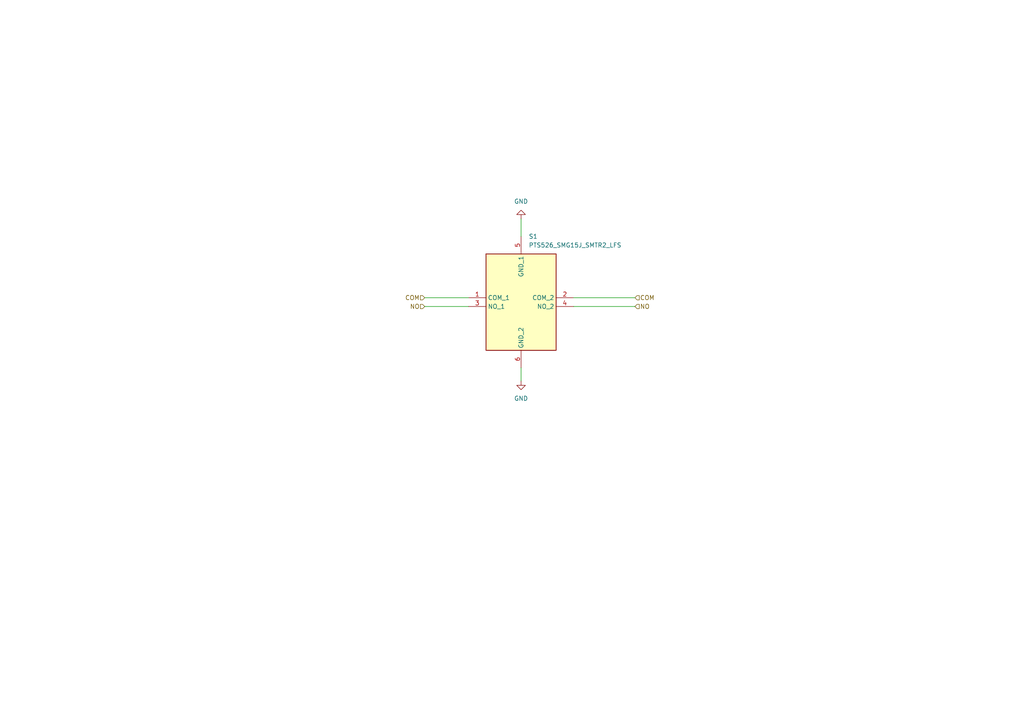
<source format=kicad_sch>
(kicad_sch (version 20230121) (generator eeschema)
  (paper "A4")
  (lib_symbols
    (symbol "PTS526_SMG15J_SMTR2_LFS:PTS526_SMG15J_SMTR2_LFS"
      (property "Reference" "S" (at 26.67 17.78 0))
      (property "Value" "PTS526_SMG15J_SMTR2_LFS" (at 26.67 15.24 0))
      (symbol "PTS526_SMG15J_SMTR2_LFS_1_1"
        (rectangle (start 5.08 12.7) (end 25.4 -15.24) (stroke (width 0.254)) (fill (type background)))
        (pin passive line (at 0 0 0) (length 5.08) (name "COM_1") (number "1"))
        (pin passive line (at 30.48 0 180) (length 5.08) (name "COM_2") (number "2"))
        (pin passive line (at 0 -2.54 0) (length 5.08) (name "NO_1") (number "3"))
        (pin passive line (at 30.48 -2.54 180) (length 5.08) (name "NO_2") (number "4"))
        (pin passive line (at 15.24 17.78 270) (length 5.08) (name "GND_1") (number "5"))
        (pin passive line (at 15.24 -20.32 90) (length 5.08) (name "GND_2") (number "6"))
      )
    )
    (symbol "power:GND" (power) (pin_names (offset 0))
      (property "Value" "GND" (at 0 -3.81 0))
      (symbol "GND_0_1"
        (polyline (pts (xy 0 0) (xy 0 -1.27) (xy 1.27 -1.27) (xy 0 -2.54) (xy -1.27 -1.27) (xy 0 -1.27)))
      )
      (symbol "GND_1_1"
        (pin power_in line (at 0 0 270) (length 0) hide (name "GND") (number "1"))
      )
    )
  )
  (wire (pts (xy 123.19 88.9) (xy 135.89 88.9)))
  (wire (pts (xy 151.13 63.5) (xy 151.13 68.58)))
  (wire (pts (xy 123.19 86.36) (xy 135.89 86.36)))
  (wire (pts (xy 151.13 106.68) (xy 151.13 110.49)))
  (wire (pts (xy 166.37 88.9) (xy 184.15 88.9)))
  (wire (pts (xy 166.37 86.36) (xy 184.15 86.36)))
  (hierarchical_label "NO" (shape input) (at 184.15 88.9 0))
  (hierarchical_label "NO" (shape input) (at 123.19 88.9 180))
  (hierarchical_label "COM" (shape input) (at 123.19 86.36 180))
  (hierarchical_label "COM" (shape input) (at 184.15 86.36 0))
  (symbol (lib_id "PTS526_SMG15J_SMTR2_LFS:PTS526_SMG15J_SMTR2_LFS") (at 135.89 86.36 0) (unit 1)
    (property "Reference" "S1" (at 153.3241 68.58 0) (effects (justify left)))
    (property "Value" "PTS526_SMG15J_SMTR2_LFS" (at 153.3241 71.12 0) (effects (justify left)))
    (property "Footprint" "Local footprints:PTS526SMG15JSMTR2LFS" (effects hide))
    (property "Datasheet" "https://www.arrow.com/en/products/pts526-smg15j-smtr2-lfs/ck" (effects hide))
    (property "Height" "1.6" (effects hide))
    (property "Manufacturer_Name" "C & K COMPONENTS" (effects hide))
    (property "Manufacturer_Part_Number" "PTS526 SMG15J SMTR2 LFS" (effects hide))
    (property "Mouser Part Number" "611-TS526SMG15JSMR2L" (effects hide))
    (property "Mouser Price/Stock" "https://www.mouser.co.uk/ProductDetail/CK/PTS526-SMG15J-SMTR2-LFS?qs=UXgszm6BlbH3oK3l2uD7NA%3D%3D" (effects hide))
    (property "Arrow Part Number" "PTS526 SMG15J SMTR2 LFS" (effects hide))
    (property "Arrow Price/Stock" "https://www.arrow.com/en/products/pts526-smg15j-smtr2-lfs/ck?region=nac" (effects hide))
    (instances (project "IFT-C3" (path "" (reference "S1") (unit 1)) (path "" (reference "S1") (unit 1)) (path "" (reference "S2") (unit 1))) (project "IFTENDO" (path "" (reference "S1") (unit 1)) (path "" (reference "S2") (unit 1)) (path "" (reference "S3") (unit 1)) (path "" (reference "S4") (unit 1)) (path "" (reference "S5") (unit 1)) (path "" (reference "S6") (unit 1)) (path "" (reference "S7") (unit 1)) (path "" (reference "S8") (unit 1))))
  )
  (symbol (lib_id "power:GND") (at 151.13 63.5 180) (unit 1)
    (property "Reference" "#PWR015" (effects hide))
    (property "Value" "GND" (at 151.13 58.42 0))
    (instances (project "IFT-C3" (path "" (reference "#PWR015") (unit 1)) (path "" (reference "#PWR016") (unit 1))) (project "IFTENDO" (path "" (reference "#PWR01") (unit 1)) (path "" (reference "#PWR03") (unit 1)) (path "" (reference "#PWR05") (unit 1)) (path "" (reference "#PWR07") (unit 1)) (path "" (reference "#PWR09") (unit 1)) (path "" (reference "#PWR011") (unit 1)) (path "" (reference "#PWR025") (unit 1)) (path "" (reference "#PWR028") (unit 1))))
  )
  (symbol (lib_id "power:GND") (at 151.13 110.49 0) (unit 1)
    (property "Reference" "#PWR014" (effects hide))
    (property "Value" "GND" (at 151.13 115.57 0))
    (instances (project "IFT-C3" (path "" (reference "#PWR014") (unit 1)) (path "" (reference "#PWR017") (unit 1))) (project "IFTENDO" (path "" (reference "#PWR02") (unit 1)) (path "" (reference "#PWR04") (unit 1)) (path "" (reference "#PWR06") (unit 1)) (path "" (reference "#PWR08") (unit 1)) (path "" (reference "#PWR010") (unit 1)) (path "" (reference "#PWR012") (unit 1)) (path "" (reference "#PWR026") (unit 1)) (path "" (reference "#PWR029") (unit 1))))
  )
)
</source>
